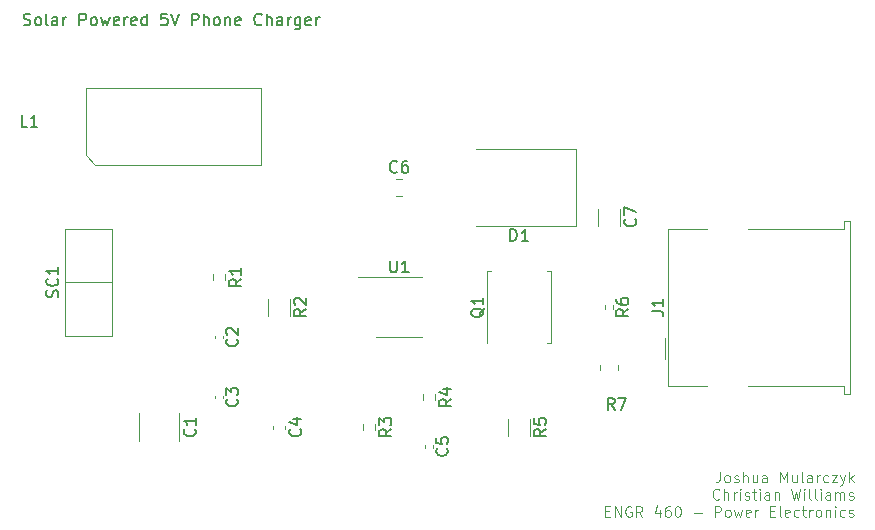
<source format=gbr>
%TF.GenerationSoftware,KiCad,Pcbnew,(6.0.4)*%
%TF.CreationDate,2022-04-27T12:43:55-07:00*%
%TF.ProjectId,SolarChargerV2,536f6c61-7243-4686-9172-67657256322e,rev?*%
%TF.SameCoordinates,Original*%
%TF.FileFunction,Legend,Top*%
%TF.FilePolarity,Positive*%
%FSLAX46Y46*%
G04 Gerber Fmt 4.6, Leading zero omitted, Abs format (unit mm)*
G04 Created by KiCad (PCBNEW (6.0.4)) date 2022-04-27 12:43:55*
%MOMM*%
%LPD*%
G01*
G04 APERTURE LIST*
%ADD10C,0.150000*%
%ADD11C,0.125000*%
%ADD12C,0.120000*%
G04 APERTURE END LIST*
D10*
X95223809Y-47204761D02*
X95366666Y-47252380D01*
X95604761Y-47252380D01*
X95700000Y-47204761D01*
X95747619Y-47157142D01*
X95795238Y-47061904D01*
X95795238Y-46966666D01*
X95747619Y-46871428D01*
X95700000Y-46823809D01*
X95604761Y-46776190D01*
X95414285Y-46728571D01*
X95319047Y-46680952D01*
X95271428Y-46633333D01*
X95223809Y-46538095D01*
X95223809Y-46442857D01*
X95271428Y-46347619D01*
X95319047Y-46300000D01*
X95414285Y-46252380D01*
X95652380Y-46252380D01*
X95795238Y-46300000D01*
X96366666Y-47252380D02*
X96271428Y-47204761D01*
X96223809Y-47157142D01*
X96176190Y-47061904D01*
X96176190Y-46776190D01*
X96223809Y-46680952D01*
X96271428Y-46633333D01*
X96366666Y-46585714D01*
X96509523Y-46585714D01*
X96604761Y-46633333D01*
X96652380Y-46680952D01*
X96700000Y-46776190D01*
X96700000Y-47061904D01*
X96652380Y-47157142D01*
X96604761Y-47204761D01*
X96509523Y-47252380D01*
X96366666Y-47252380D01*
X97271428Y-47252380D02*
X97176190Y-47204761D01*
X97128571Y-47109523D01*
X97128571Y-46252380D01*
X98080952Y-47252380D02*
X98080952Y-46728571D01*
X98033333Y-46633333D01*
X97938095Y-46585714D01*
X97747619Y-46585714D01*
X97652380Y-46633333D01*
X98080952Y-47204761D02*
X97985714Y-47252380D01*
X97747619Y-47252380D01*
X97652380Y-47204761D01*
X97604761Y-47109523D01*
X97604761Y-47014285D01*
X97652380Y-46919047D01*
X97747619Y-46871428D01*
X97985714Y-46871428D01*
X98080952Y-46823809D01*
X98557142Y-47252380D02*
X98557142Y-46585714D01*
X98557142Y-46776190D02*
X98604761Y-46680952D01*
X98652380Y-46633333D01*
X98747619Y-46585714D01*
X98842857Y-46585714D01*
X99938095Y-47252380D02*
X99938095Y-46252380D01*
X100319047Y-46252380D01*
X100414285Y-46300000D01*
X100461904Y-46347619D01*
X100509523Y-46442857D01*
X100509523Y-46585714D01*
X100461904Y-46680952D01*
X100414285Y-46728571D01*
X100319047Y-46776190D01*
X99938095Y-46776190D01*
X101080952Y-47252380D02*
X100985714Y-47204761D01*
X100938095Y-47157142D01*
X100890476Y-47061904D01*
X100890476Y-46776190D01*
X100938095Y-46680952D01*
X100985714Y-46633333D01*
X101080952Y-46585714D01*
X101223809Y-46585714D01*
X101319047Y-46633333D01*
X101366666Y-46680952D01*
X101414285Y-46776190D01*
X101414285Y-47061904D01*
X101366666Y-47157142D01*
X101319047Y-47204761D01*
X101223809Y-47252380D01*
X101080952Y-47252380D01*
X101747619Y-46585714D02*
X101938095Y-47252380D01*
X102128571Y-46776190D01*
X102319047Y-47252380D01*
X102509523Y-46585714D01*
X103271428Y-47204761D02*
X103176190Y-47252380D01*
X102985714Y-47252380D01*
X102890476Y-47204761D01*
X102842857Y-47109523D01*
X102842857Y-46728571D01*
X102890476Y-46633333D01*
X102985714Y-46585714D01*
X103176190Y-46585714D01*
X103271428Y-46633333D01*
X103319047Y-46728571D01*
X103319047Y-46823809D01*
X102842857Y-46919047D01*
X103747619Y-47252380D02*
X103747619Y-46585714D01*
X103747619Y-46776190D02*
X103795238Y-46680952D01*
X103842857Y-46633333D01*
X103938095Y-46585714D01*
X104033333Y-46585714D01*
X104747619Y-47204761D02*
X104652380Y-47252380D01*
X104461904Y-47252380D01*
X104366666Y-47204761D01*
X104319047Y-47109523D01*
X104319047Y-46728571D01*
X104366666Y-46633333D01*
X104461904Y-46585714D01*
X104652380Y-46585714D01*
X104747619Y-46633333D01*
X104795238Y-46728571D01*
X104795238Y-46823809D01*
X104319047Y-46919047D01*
X105652380Y-47252380D02*
X105652380Y-46252380D01*
X105652380Y-47204761D02*
X105557142Y-47252380D01*
X105366666Y-47252380D01*
X105271428Y-47204761D01*
X105223809Y-47157142D01*
X105176190Y-47061904D01*
X105176190Y-46776190D01*
X105223809Y-46680952D01*
X105271428Y-46633333D01*
X105366666Y-46585714D01*
X105557142Y-46585714D01*
X105652380Y-46633333D01*
X107366666Y-46252380D02*
X106890476Y-46252380D01*
X106842857Y-46728571D01*
X106890476Y-46680952D01*
X106985714Y-46633333D01*
X107223809Y-46633333D01*
X107319047Y-46680952D01*
X107366666Y-46728571D01*
X107414285Y-46823809D01*
X107414285Y-47061904D01*
X107366666Y-47157142D01*
X107319047Y-47204761D01*
X107223809Y-47252380D01*
X106985714Y-47252380D01*
X106890476Y-47204761D01*
X106842857Y-47157142D01*
X107700000Y-46252380D02*
X108033333Y-47252380D01*
X108366666Y-46252380D01*
X109461904Y-47252380D02*
X109461904Y-46252380D01*
X109842857Y-46252380D01*
X109938095Y-46300000D01*
X109985714Y-46347619D01*
X110033333Y-46442857D01*
X110033333Y-46585714D01*
X109985714Y-46680952D01*
X109938095Y-46728571D01*
X109842857Y-46776190D01*
X109461904Y-46776190D01*
X110461904Y-47252380D02*
X110461904Y-46252380D01*
X110890476Y-47252380D02*
X110890476Y-46728571D01*
X110842857Y-46633333D01*
X110747619Y-46585714D01*
X110604761Y-46585714D01*
X110509523Y-46633333D01*
X110461904Y-46680952D01*
X111509523Y-47252380D02*
X111414285Y-47204761D01*
X111366666Y-47157142D01*
X111319047Y-47061904D01*
X111319047Y-46776190D01*
X111366666Y-46680952D01*
X111414285Y-46633333D01*
X111509523Y-46585714D01*
X111652380Y-46585714D01*
X111747619Y-46633333D01*
X111795238Y-46680952D01*
X111842857Y-46776190D01*
X111842857Y-47061904D01*
X111795238Y-47157142D01*
X111747619Y-47204761D01*
X111652380Y-47252380D01*
X111509523Y-47252380D01*
X112271428Y-46585714D02*
X112271428Y-47252380D01*
X112271428Y-46680952D02*
X112319047Y-46633333D01*
X112414285Y-46585714D01*
X112557142Y-46585714D01*
X112652380Y-46633333D01*
X112700000Y-46728571D01*
X112700000Y-47252380D01*
X113557142Y-47204761D02*
X113461904Y-47252380D01*
X113271428Y-47252380D01*
X113176190Y-47204761D01*
X113128571Y-47109523D01*
X113128571Y-46728571D01*
X113176190Y-46633333D01*
X113271428Y-46585714D01*
X113461904Y-46585714D01*
X113557142Y-46633333D01*
X113604761Y-46728571D01*
X113604761Y-46823809D01*
X113128571Y-46919047D01*
X115366666Y-47157142D02*
X115319047Y-47204761D01*
X115176190Y-47252380D01*
X115080952Y-47252380D01*
X114938095Y-47204761D01*
X114842857Y-47109523D01*
X114795238Y-47014285D01*
X114747619Y-46823809D01*
X114747619Y-46680952D01*
X114795238Y-46490476D01*
X114842857Y-46395238D01*
X114938095Y-46300000D01*
X115080952Y-46252380D01*
X115176190Y-46252380D01*
X115319047Y-46300000D01*
X115366666Y-46347619D01*
X115795238Y-47252380D02*
X115795238Y-46252380D01*
X116223809Y-47252380D02*
X116223809Y-46728571D01*
X116176190Y-46633333D01*
X116080952Y-46585714D01*
X115938095Y-46585714D01*
X115842857Y-46633333D01*
X115795238Y-46680952D01*
X117128571Y-47252380D02*
X117128571Y-46728571D01*
X117080952Y-46633333D01*
X116985714Y-46585714D01*
X116795238Y-46585714D01*
X116699999Y-46633333D01*
X117128571Y-47204761D02*
X117033333Y-47252380D01*
X116795238Y-47252380D01*
X116699999Y-47204761D01*
X116652380Y-47109523D01*
X116652380Y-47014285D01*
X116699999Y-46919047D01*
X116795238Y-46871428D01*
X117033333Y-46871428D01*
X117128571Y-46823809D01*
X117604761Y-47252380D02*
X117604761Y-46585714D01*
X117604761Y-46776190D02*
X117652380Y-46680952D01*
X117699999Y-46633333D01*
X117795238Y-46585714D01*
X117890476Y-46585714D01*
X118652380Y-46585714D02*
X118652380Y-47395238D01*
X118604761Y-47490476D01*
X118557142Y-47538095D01*
X118461904Y-47585714D01*
X118319047Y-47585714D01*
X118223809Y-47538095D01*
X118652380Y-47204761D02*
X118557142Y-47252380D01*
X118366666Y-47252380D01*
X118271428Y-47204761D01*
X118223809Y-47157142D01*
X118176190Y-47061904D01*
X118176190Y-46776190D01*
X118223809Y-46680952D01*
X118271428Y-46633333D01*
X118366666Y-46585714D01*
X118557142Y-46585714D01*
X118652380Y-46633333D01*
X119509523Y-47204761D02*
X119414285Y-47252380D01*
X119223809Y-47252380D01*
X119128571Y-47204761D01*
X119080952Y-47109523D01*
X119080952Y-46728571D01*
X119128571Y-46633333D01*
X119223809Y-46585714D01*
X119414285Y-46585714D01*
X119509523Y-46633333D01*
X119557142Y-46728571D01*
X119557142Y-46823809D01*
X119080952Y-46919047D01*
X119985714Y-47252380D02*
X119985714Y-46585714D01*
X119985714Y-46776190D02*
X120033333Y-46680952D01*
X120080952Y-46633333D01*
X120176190Y-46585714D01*
X120271428Y-46585714D01*
D11*
X154168035Y-85053142D02*
X154168035Y-85696000D01*
X154125178Y-85824571D01*
X154039464Y-85910285D01*
X153910892Y-85953142D01*
X153825178Y-85953142D01*
X154725178Y-85953142D02*
X154639464Y-85910285D01*
X154596607Y-85867428D01*
X154553750Y-85781714D01*
X154553750Y-85524571D01*
X154596607Y-85438857D01*
X154639464Y-85396000D01*
X154725178Y-85353142D01*
X154853750Y-85353142D01*
X154939464Y-85396000D01*
X154982321Y-85438857D01*
X155025178Y-85524571D01*
X155025178Y-85781714D01*
X154982321Y-85867428D01*
X154939464Y-85910285D01*
X154853750Y-85953142D01*
X154725178Y-85953142D01*
X155368035Y-85910285D02*
X155453750Y-85953142D01*
X155625178Y-85953142D01*
X155710892Y-85910285D01*
X155753750Y-85824571D01*
X155753750Y-85781714D01*
X155710892Y-85696000D01*
X155625178Y-85653142D01*
X155496607Y-85653142D01*
X155410892Y-85610285D01*
X155368035Y-85524571D01*
X155368035Y-85481714D01*
X155410892Y-85396000D01*
X155496607Y-85353142D01*
X155625178Y-85353142D01*
X155710892Y-85396000D01*
X156139464Y-85953142D02*
X156139464Y-85053142D01*
X156525178Y-85953142D02*
X156525178Y-85481714D01*
X156482321Y-85396000D01*
X156396607Y-85353142D01*
X156268035Y-85353142D01*
X156182321Y-85396000D01*
X156139464Y-85438857D01*
X157339464Y-85353142D02*
X157339464Y-85953142D01*
X156953750Y-85353142D02*
X156953750Y-85824571D01*
X156996607Y-85910285D01*
X157082321Y-85953142D01*
X157210892Y-85953142D01*
X157296607Y-85910285D01*
X157339464Y-85867428D01*
X158153750Y-85953142D02*
X158153750Y-85481714D01*
X158110892Y-85396000D01*
X158025178Y-85353142D01*
X157853750Y-85353142D01*
X157768035Y-85396000D01*
X158153750Y-85910285D02*
X158068035Y-85953142D01*
X157853750Y-85953142D01*
X157768035Y-85910285D01*
X157725178Y-85824571D01*
X157725178Y-85738857D01*
X157768035Y-85653142D01*
X157853750Y-85610285D01*
X158068035Y-85610285D01*
X158153750Y-85567428D01*
X159268035Y-85953142D02*
X159268035Y-85053142D01*
X159568035Y-85696000D01*
X159868035Y-85053142D01*
X159868035Y-85953142D01*
X160682321Y-85353142D02*
X160682321Y-85953142D01*
X160296607Y-85353142D02*
X160296607Y-85824571D01*
X160339464Y-85910285D01*
X160425178Y-85953142D01*
X160553750Y-85953142D01*
X160639464Y-85910285D01*
X160682321Y-85867428D01*
X161239464Y-85953142D02*
X161153750Y-85910285D01*
X161110892Y-85824571D01*
X161110892Y-85053142D01*
X161968035Y-85953142D02*
X161968035Y-85481714D01*
X161925178Y-85396000D01*
X161839464Y-85353142D01*
X161668035Y-85353142D01*
X161582321Y-85396000D01*
X161968035Y-85910285D02*
X161882321Y-85953142D01*
X161668035Y-85953142D01*
X161582321Y-85910285D01*
X161539464Y-85824571D01*
X161539464Y-85738857D01*
X161582321Y-85653142D01*
X161668035Y-85610285D01*
X161882321Y-85610285D01*
X161968035Y-85567428D01*
X162396607Y-85953142D02*
X162396607Y-85353142D01*
X162396607Y-85524571D02*
X162439464Y-85438857D01*
X162482321Y-85396000D01*
X162568035Y-85353142D01*
X162653750Y-85353142D01*
X163339464Y-85910285D02*
X163253750Y-85953142D01*
X163082321Y-85953142D01*
X162996607Y-85910285D01*
X162953750Y-85867428D01*
X162910892Y-85781714D01*
X162910892Y-85524571D01*
X162953750Y-85438857D01*
X162996607Y-85396000D01*
X163082321Y-85353142D01*
X163253750Y-85353142D01*
X163339464Y-85396000D01*
X163639464Y-85353142D02*
X164110892Y-85353142D01*
X163639464Y-85953142D01*
X164110892Y-85953142D01*
X164368035Y-85353142D02*
X164582321Y-85953142D01*
X164796607Y-85353142D02*
X164582321Y-85953142D01*
X164496607Y-86167428D01*
X164453750Y-86210285D01*
X164368035Y-86253142D01*
X165139464Y-85953142D02*
X165139464Y-85053142D01*
X165225178Y-85610285D02*
X165482321Y-85953142D01*
X165482321Y-85353142D02*
X165139464Y-85696000D01*
X154125178Y-87316428D02*
X154082321Y-87359285D01*
X153953750Y-87402142D01*
X153868035Y-87402142D01*
X153739464Y-87359285D01*
X153653750Y-87273571D01*
X153610892Y-87187857D01*
X153568035Y-87016428D01*
X153568035Y-86887857D01*
X153610892Y-86716428D01*
X153653750Y-86630714D01*
X153739464Y-86545000D01*
X153868035Y-86502142D01*
X153953750Y-86502142D01*
X154082321Y-86545000D01*
X154125178Y-86587857D01*
X154510892Y-87402142D02*
X154510892Y-86502142D01*
X154896607Y-87402142D02*
X154896607Y-86930714D01*
X154853750Y-86845000D01*
X154768035Y-86802142D01*
X154639464Y-86802142D01*
X154553750Y-86845000D01*
X154510892Y-86887857D01*
X155325178Y-87402142D02*
X155325178Y-86802142D01*
X155325178Y-86973571D02*
X155368035Y-86887857D01*
X155410892Y-86845000D01*
X155496607Y-86802142D01*
X155582321Y-86802142D01*
X155882321Y-87402142D02*
X155882321Y-86802142D01*
X155882321Y-86502142D02*
X155839464Y-86545000D01*
X155882321Y-86587857D01*
X155925178Y-86545000D01*
X155882321Y-86502142D01*
X155882321Y-86587857D01*
X156268035Y-87359285D02*
X156353750Y-87402142D01*
X156525178Y-87402142D01*
X156610892Y-87359285D01*
X156653750Y-87273571D01*
X156653750Y-87230714D01*
X156610892Y-87145000D01*
X156525178Y-87102142D01*
X156396607Y-87102142D01*
X156310892Y-87059285D01*
X156268035Y-86973571D01*
X156268035Y-86930714D01*
X156310892Y-86845000D01*
X156396607Y-86802142D01*
X156525178Y-86802142D01*
X156610892Y-86845000D01*
X156910892Y-86802142D02*
X157253750Y-86802142D01*
X157039464Y-86502142D02*
X157039464Y-87273571D01*
X157082321Y-87359285D01*
X157168035Y-87402142D01*
X157253750Y-87402142D01*
X157553750Y-87402142D02*
X157553750Y-86802142D01*
X157553750Y-86502142D02*
X157510892Y-86545000D01*
X157553750Y-86587857D01*
X157596607Y-86545000D01*
X157553750Y-86502142D01*
X157553750Y-86587857D01*
X158368035Y-87402142D02*
X158368035Y-86930714D01*
X158325178Y-86845000D01*
X158239464Y-86802142D01*
X158068035Y-86802142D01*
X157982321Y-86845000D01*
X158368035Y-87359285D02*
X158282321Y-87402142D01*
X158068035Y-87402142D01*
X157982321Y-87359285D01*
X157939464Y-87273571D01*
X157939464Y-87187857D01*
X157982321Y-87102142D01*
X158068035Y-87059285D01*
X158282321Y-87059285D01*
X158368035Y-87016428D01*
X158796607Y-86802142D02*
X158796607Y-87402142D01*
X158796607Y-86887857D02*
X158839464Y-86845000D01*
X158925178Y-86802142D01*
X159053750Y-86802142D01*
X159139464Y-86845000D01*
X159182321Y-86930714D01*
X159182321Y-87402142D01*
X160210892Y-86502142D02*
X160425178Y-87402142D01*
X160596607Y-86759285D01*
X160768035Y-87402142D01*
X160982321Y-86502142D01*
X161325178Y-87402142D02*
X161325178Y-86802142D01*
X161325178Y-86502142D02*
X161282321Y-86545000D01*
X161325178Y-86587857D01*
X161368035Y-86545000D01*
X161325178Y-86502142D01*
X161325178Y-86587857D01*
X161882321Y-87402142D02*
X161796607Y-87359285D01*
X161753750Y-87273571D01*
X161753750Y-86502142D01*
X162353750Y-87402142D02*
X162268035Y-87359285D01*
X162225178Y-87273571D01*
X162225178Y-86502142D01*
X162696607Y-87402142D02*
X162696607Y-86802142D01*
X162696607Y-86502142D02*
X162653750Y-86545000D01*
X162696607Y-86587857D01*
X162739464Y-86545000D01*
X162696607Y-86502142D01*
X162696607Y-86587857D01*
X163510892Y-87402142D02*
X163510892Y-86930714D01*
X163468035Y-86845000D01*
X163382321Y-86802142D01*
X163210892Y-86802142D01*
X163125178Y-86845000D01*
X163510892Y-87359285D02*
X163425178Y-87402142D01*
X163210892Y-87402142D01*
X163125178Y-87359285D01*
X163082321Y-87273571D01*
X163082321Y-87187857D01*
X163125178Y-87102142D01*
X163210892Y-87059285D01*
X163425178Y-87059285D01*
X163510892Y-87016428D01*
X163939464Y-87402142D02*
X163939464Y-86802142D01*
X163939464Y-86887857D02*
X163982321Y-86845000D01*
X164068035Y-86802142D01*
X164196607Y-86802142D01*
X164282321Y-86845000D01*
X164325178Y-86930714D01*
X164325178Y-87402142D01*
X164325178Y-86930714D02*
X164368035Y-86845000D01*
X164453750Y-86802142D01*
X164582321Y-86802142D01*
X164668035Y-86845000D01*
X164710892Y-86930714D01*
X164710892Y-87402142D01*
X165096607Y-87359285D02*
X165182321Y-87402142D01*
X165353750Y-87402142D01*
X165439464Y-87359285D01*
X165482321Y-87273571D01*
X165482321Y-87230714D01*
X165439464Y-87145000D01*
X165353750Y-87102142D01*
X165225178Y-87102142D01*
X165139464Y-87059285D01*
X165096607Y-86973571D01*
X165096607Y-86930714D01*
X165139464Y-86845000D01*
X165225178Y-86802142D01*
X165353750Y-86802142D01*
X165439464Y-86845000D01*
X144439464Y-88379714D02*
X144739464Y-88379714D01*
X144868035Y-88851142D02*
X144439464Y-88851142D01*
X144439464Y-87951142D01*
X144868035Y-87951142D01*
X145253750Y-88851142D02*
X145253750Y-87951142D01*
X145768035Y-88851142D01*
X145768035Y-87951142D01*
X146668035Y-87994000D02*
X146582321Y-87951142D01*
X146453750Y-87951142D01*
X146325178Y-87994000D01*
X146239464Y-88079714D01*
X146196607Y-88165428D01*
X146153750Y-88336857D01*
X146153750Y-88465428D01*
X146196607Y-88636857D01*
X146239464Y-88722571D01*
X146325178Y-88808285D01*
X146453750Y-88851142D01*
X146539464Y-88851142D01*
X146668035Y-88808285D01*
X146710892Y-88765428D01*
X146710892Y-88465428D01*
X146539464Y-88465428D01*
X147610892Y-88851142D02*
X147310892Y-88422571D01*
X147096607Y-88851142D02*
X147096607Y-87951142D01*
X147439464Y-87951142D01*
X147525178Y-87994000D01*
X147568035Y-88036857D01*
X147610892Y-88122571D01*
X147610892Y-88251142D01*
X147568035Y-88336857D01*
X147525178Y-88379714D01*
X147439464Y-88422571D01*
X147096607Y-88422571D01*
X149068035Y-88251142D02*
X149068035Y-88851142D01*
X148853750Y-87908285D02*
X148639464Y-88551142D01*
X149196607Y-88551142D01*
X149925178Y-87951142D02*
X149753750Y-87951142D01*
X149668035Y-87994000D01*
X149625178Y-88036857D01*
X149539464Y-88165428D01*
X149496607Y-88336857D01*
X149496607Y-88679714D01*
X149539464Y-88765428D01*
X149582321Y-88808285D01*
X149668035Y-88851142D01*
X149839464Y-88851142D01*
X149925178Y-88808285D01*
X149968035Y-88765428D01*
X150010892Y-88679714D01*
X150010892Y-88465428D01*
X149968035Y-88379714D01*
X149925178Y-88336857D01*
X149839464Y-88294000D01*
X149668035Y-88294000D01*
X149582321Y-88336857D01*
X149539464Y-88379714D01*
X149496607Y-88465428D01*
X150568035Y-87951142D02*
X150653750Y-87951142D01*
X150739464Y-87994000D01*
X150782321Y-88036857D01*
X150825178Y-88122571D01*
X150868035Y-88294000D01*
X150868035Y-88508285D01*
X150825178Y-88679714D01*
X150782321Y-88765428D01*
X150739464Y-88808285D01*
X150653750Y-88851142D01*
X150568035Y-88851142D01*
X150482321Y-88808285D01*
X150439464Y-88765428D01*
X150396607Y-88679714D01*
X150353750Y-88508285D01*
X150353750Y-88294000D01*
X150396607Y-88122571D01*
X150439464Y-88036857D01*
X150482321Y-87994000D01*
X150568035Y-87951142D01*
X151939464Y-88508285D02*
X152625178Y-88508285D01*
X153739464Y-88851142D02*
X153739464Y-87951142D01*
X154082321Y-87951142D01*
X154168035Y-87994000D01*
X154210892Y-88036857D01*
X154253750Y-88122571D01*
X154253750Y-88251142D01*
X154210892Y-88336857D01*
X154168035Y-88379714D01*
X154082321Y-88422571D01*
X153739464Y-88422571D01*
X154768035Y-88851142D02*
X154682321Y-88808285D01*
X154639464Y-88765428D01*
X154596607Y-88679714D01*
X154596607Y-88422571D01*
X154639464Y-88336857D01*
X154682321Y-88294000D01*
X154768035Y-88251142D01*
X154896607Y-88251142D01*
X154982321Y-88294000D01*
X155025178Y-88336857D01*
X155068035Y-88422571D01*
X155068035Y-88679714D01*
X155025178Y-88765428D01*
X154982321Y-88808285D01*
X154896607Y-88851142D01*
X154768035Y-88851142D01*
X155368035Y-88251142D02*
X155539464Y-88851142D01*
X155710892Y-88422571D01*
X155882321Y-88851142D01*
X156053750Y-88251142D01*
X156739464Y-88808285D02*
X156653750Y-88851142D01*
X156482321Y-88851142D01*
X156396607Y-88808285D01*
X156353750Y-88722571D01*
X156353750Y-88379714D01*
X156396607Y-88294000D01*
X156482321Y-88251142D01*
X156653750Y-88251142D01*
X156739464Y-88294000D01*
X156782321Y-88379714D01*
X156782321Y-88465428D01*
X156353750Y-88551142D01*
X157168035Y-88851142D02*
X157168035Y-88251142D01*
X157168035Y-88422571D02*
X157210892Y-88336857D01*
X157253750Y-88294000D01*
X157339464Y-88251142D01*
X157425178Y-88251142D01*
X158410892Y-88379714D02*
X158710892Y-88379714D01*
X158839464Y-88851142D02*
X158410892Y-88851142D01*
X158410892Y-87951142D01*
X158839464Y-87951142D01*
X159353750Y-88851142D02*
X159268035Y-88808285D01*
X159225178Y-88722571D01*
X159225178Y-87951142D01*
X160039464Y-88808285D02*
X159953750Y-88851142D01*
X159782321Y-88851142D01*
X159696607Y-88808285D01*
X159653750Y-88722571D01*
X159653750Y-88379714D01*
X159696607Y-88294000D01*
X159782321Y-88251142D01*
X159953750Y-88251142D01*
X160039464Y-88294000D01*
X160082321Y-88379714D01*
X160082321Y-88465428D01*
X159653750Y-88551142D01*
X160853750Y-88808285D02*
X160768035Y-88851142D01*
X160596607Y-88851142D01*
X160510892Y-88808285D01*
X160468035Y-88765428D01*
X160425178Y-88679714D01*
X160425178Y-88422571D01*
X160468035Y-88336857D01*
X160510892Y-88294000D01*
X160596607Y-88251142D01*
X160768035Y-88251142D01*
X160853750Y-88294000D01*
X161110892Y-88251142D02*
X161453750Y-88251142D01*
X161239464Y-87951142D02*
X161239464Y-88722571D01*
X161282321Y-88808285D01*
X161368035Y-88851142D01*
X161453750Y-88851142D01*
X161753750Y-88851142D02*
X161753750Y-88251142D01*
X161753750Y-88422571D02*
X161796607Y-88336857D01*
X161839464Y-88294000D01*
X161925178Y-88251142D01*
X162010892Y-88251142D01*
X162439464Y-88851142D02*
X162353750Y-88808285D01*
X162310892Y-88765428D01*
X162268035Y-88679714D01*
X162268035Y-88422571D01*
X162310892Y-88336857D01*
X162353750Y-88294000D01*
X162439464Y-88251142D01*
X162568035Y-88251142D01*
X162653750Y-88294000D01*
X162696607Y-88336857D01*
X162739464Y-88422571D01*
X162739464Y-88679714D01*
X162696607Y-88765428D01*
X162653750Y-88808285D01*
X162568035Y-88851142D01*
X162439464Y-88851142D01*
X163125178Y-88251142D02*
X163125178Y-88851142D01*
X163125178Y-88336857D02*
X163168035Y-88294000D01*
X163253750Y-88251142D01*
X163382321Y-88251142D01*
X163468035Y-88294000D01*
X163510892Y-88379714D01*
X163510892Y-88851142D01*
X163939464Y-88851142D02*
X163939464Y-88251142D01*
X163939464Y-87951142D02*
X163896607Y-87994000D01*
X163939464Y-88036857D01*
X163982321Y-87994000D01*
X163939464Y-87951142D01*
X163939464Y-88036857D01*
X164753750Y-88808285D02*
X164668035Y-88851142D01*
X164496607Y-88851142D01*
X164410892Y-88808285D01*
X164368035Y-88765428D01*
X164325178Y-88679714D01*
X164325178Y-88422571D01*
X164368035Y-88336857D01*
X164410892Y-88294000D01*
X164496607Y-88251142D01*
X164668035Y-88251142D01*
X164753750Y-88294000D01*
X165096607Y-88808285D02*
X165182321Y-88851142D01*
X165353750Y-88851142D01*
X165439464Y-88808285D01*
X165482321Y-88722571D01*
X165482321Y-88679714D01*
X165439464Y-88594000D01*
X165353750Y-88551142D01*
X165225178Y-88551142D01*
X165139464Y-88508285D01*
X165096607Y-88422571D01*
X165096607Y-88379714D01*
X165139464Y-88294000D01*
X165225178Y-88251142D01*
X165353750Y-88251142D01*
X165439464Y-88294000D01*
D10*
%TO.C,C5*%
X131057142Y-83074166D02*
X131104761Y-83121785D01*
X131152380Y-83264642D01*
X131152380Y-83359880D01*
X131104761Y-83502738D01*
X131009523Y-83597976D01*
X130914285Y-83645595D01*
X130723809Y-83693214D01*
X130580952Y-83693214D01*
X130390476Y-83645595D01*
X130295238Y-83597976D01*
X130200000Y-83502738D01*
X130152380Y-83359880D01*
X130152380Y-83264642D01*
X130200000Y-83121785D01*
X130247619Y-83074166D01*
X130152380Y-82169404D02*
X130152380Y-82645595D01*
X130628571Y-82693214D01*
X130580952Y-82645595D01*
X130533333Y-82550357D01*
X130533333Y-82312261D01*
X130580952Y-82217023D01*
X130628571Y-82169404D01*
X130723809Y-82121785D01*
X130961904Y-82121785D01*
X131057142Y-82169404D01*
X131104761Y-82217023D01*
X131152380Y-82312261D01*
X131152380Y-82550357D01*
X131104761Y-82645595D01*
X131057142Y-82693214D01*
%TO.C,C3*%
X113277142Y-78906666D02*
X113324761Y-78954285D01*
X113372380Y-79097142D01*
X113372380Y-79192380D01*
X113324761Y-79335238D01*
X113229523Y-79430476D01*
X113134285Y-79478095D01*
X112943809Y-79525714D01*
X112800952Y-79525714D01*
X112610476Y-79478095D01*
X112515238Y-79430476D01*
X112420000Y-79335238D01*
X112372380Y-79192380D01*
X112372380Y-79097142D01*
X112420000Y-78954285D01*
X112467619Y-78906666D01*
X112372380Y-78573333D02*
X112372380Y-77954285D01*
X112753333Y-78287619D01*
X112753333Y-78144761D01*
X112800952Y-78049523D01*
X112848571Y-78001904D01*
X112943809Y-77954285D01*
X113181904Y-77954285D01*
X113277142Y-78001904D01*
X113324761Y-78049523D01*
X113372380Y-78144761D01*
X113372380Y-78430476D01*
X113324761Y-78525714D01*
X113277142Y-78573333D01*
%TO.C,C2*%
X113277142Y-73826666D02*
X113324761Y-73874285D01*
X113372380Y-74017142D01*
X113372380Y-74112380D01*
X113324761Y-74255238D01*
X113229523Y-74350476D01*
X113134285Y-74398095D01*
X112943809Y-74445714D01*
X112800952Y-74445714D01*
X112610476Y-74398095D01*
X112515238Y-74350476D01*
X112420000Y-74255238D01*
X112372380Y-74112380D01*
X112372380Y-74017142D01*
X112420000Y-73874285D01*
X112467619Y-73826666D01*
X112467619Y-73445714D02*
X112420000Y-73398095D01*
X112372380Y-73302857D01*
X112372380Y-73064761D01*
X112420000Y-72969523D01*
X112467619Y-72921904D01*
X112562857Y-72874285D01*
X112658095Y-72874285D01*
X112800952Y-72921904D01*
X113372380Y-73493333D01*
X113372380Y-72874285D01*
%TO.C,C4*%
X118627142Y-81446666D02*
X118674761Y-81494285D01*
X118722380Y-81637142D01*
X118722380Y-81732380D01*
X118674761Y-81875238D01*
X118579523Y-81970476D01*
X118484285Y-82018095D01*
X118293809Y-82065714D01*
X118150952Y-82065714D01*
X117960476Y-82018095D01*
X117865238Y-81970476D01*
X117770000Y-81875238D01*
X117722380Y-81732380D01*
X117722380Y-81637142D01*
X117770000Y-81494285D01*
X117817619Y-81446666D01*
X118055714Y-80589523D02*
X118722380Y-80589523D01*
X117674761Y-80827619D02*
X118389047Y-81065714D01*
X118389047Y-80446666D01*
%TO.C,C6*%
X126833333Y-59637142D02*
X126785714Y-59684761D01*
X126642857Y-59732380D01*
X126547619Y-59732380D01*
X126404761Y-59684761D01*
X126309523Y-59589523D01*
X126261904Y-59494285D01*
X126214285Y-59303809D01*
X126214285Y-59160952D01*
X126261904Y-58970476D01*
X126309523Y-58875238D01*
X126404761Y-58780000D01*
X126547619Y-58732380D01*
X126642857Y-58732380D01*
X126785714Y-58780000D01*
X126833333Y-58827619D01*
X127690476Y-58732380D02*
X127500000Y-58732380D01*
X127404761Y-58780000D01*
X127357142Y-58827619D01*
X127261904Y-58970476D01*
X127214285Y-59160952D01*
X127214285Y-59541904D01*
X127261904Y-59637142D01*
X127309523Y-59684761D01*
X127404761Y-59732380D01*
X127595238Y-59732380D01*
X127690476Y-59684761D01*
X127738095Y-59637142D01*
X127785714Y-59541904D01*
X127785714Y-59303809D01*
X127738095Y-59208571D01*
X127690476Y-59160952D01*
X127595238Y-59113333D01*
X127404761Y-59113333D01*
X127309523Y-59160952D01*
X127261904Y-59208571D01*
X127214285Y-59303809D01*
%TO.C,C7*%
X146987142Y-63666666D02*
X147034761Y-63714285D01*
X147082380Y-63857142D01*
X147082380Y-63952380D01*
X147034761Y-64095238D01*
X146939523Y-64190476D01*
X146844285Y-64238095D01*
X146653809Y-64285714D01*
X146510952Y-64285714D01*
X146320476Y-64238095D01*
X146225238Y-64190476D01*
X146130000Y-64095238D01*
X146082380Y-63952380D01*
X146082380Y-63857142D01*
X146130000Y-63714285D01*
X146177619Y-63666666D01*
X146082380Y-63333333D02*
X146082380Y-62666666D01*
X147082380Y-63095238D01*
%TO.C,C1*%
X109687142Y-81446666D02*
X109734761Y-81494285D01*
X109782380Y-81637142D01*
X109782380Y-81732380D01*
X109734761Y-81875238D01*
X109639523Y-81970476D01*
X109544285Y-82018095D01*
X109353809Y-82065714D01*
X109210952Y-82065714D01*
X109020476Y-82018095D01*
X108925238Y-81970476D01*
X108830000Y-81875238D01*
X108782380Y-81732380D01*
X108782380Y-81637142D01*
X108830000Y-81494285D01*
X108877619Y-81446666D01*
X109782380Y-80494285D02*
X109782380Y-81065714D01*
X109782380Y-80780000D02*
X108782380Y-80780000D01*
X108925238Y-80875238D01*
X109020476Y-80970476D01*
X109068095Y-81065714D01*
%TO.C,R6*%
X146402380Y-71286666D02*
X145926190Y-71620000D01*
X146402380Y-71858095D02*
X145402380Y-71858095D01*
X145402380Y-71477142D01*
X145450000Y-71381904D01*
X145497619Y-71334285D01*
X145592857Y-71286666D01*
X145735714Y-71286666D01*
X145830952Y-71334285D01*
X145878571Y-71381904D01*
X145926190Y-71477142D01*
X145926190Y-71858095D01*
X145402380Y-70429523D02*
X145402380Y-70620000D01*
X145450000Y-70715238D01*
X145497619Y-70762857D01*
X145640476Y-70858095D01*
X145830952Y-70905714D01*
X146211904Y-70905714D01*
X146307142Y-70858095D01*
X146354761Y-70810476D01*
X146402380Y-70715238D01*
X146402380Y-70524761D01*
X146354761Y-70429523D01*
X146307142Y-70381904D01*
X146211904Y-70334285D01*
X145973809Y-70334285D01*
X145878571Y-70381904D01*
X145830952Y-70429523D01*
X145783333Y-70524761D01*
X145783333Y-70715238D01*
X145830952Y-70810476D01*
X145878571Y-70858095D01*
X145973809Y-70905714D01*
%TO.C,R4*%
X131422380Y-78906666D02*
X130946190Y-79240000D01*
X131422380Y-79478095D02*
X130422380Y-79478095D01*
X130422380Y-79097142D01*
X130470000Y-79001904D01*
X130517619Y-78954285D01*
X130612857Y-78906666D01*
X130755714Y-78906666D01*
X130850952Y-78954285D01*
X130898571Y-79001904D01*
X130946190Y-79097142D01*
X130946190Y-79478095D01*
X130755714Y-78049523D02*
X131422380Y-78049523D01*
X130374761Y-78287619D02*
X131089047Y-78525714D01*
X131089047Y-77906666D01*
%TO.C,R3*%
X126342380Y-81446666D02*
X125866190Y-81780000D01*
X126342380Y-82018095D02*
X125342380Y-82018095D01*
X125342380Y-81637142D01*
X125390000Y-81541904D01*
X125437619Y-81494285D01*
X125532857Y-81446666D01*
X125675714Y-81446666D01*
X125770952Y-81494285D01*
X125818571Y-81541904D01*
X125866190Y-81637142D01*
X125866190Y-82018095D01*
X125342380Y-81113333D02*
X125342380Y-80494285D01*
X125723333Y-80827619D01*
X125723333Y-80684761D01*
X125770952Y-80589523D01*
X125818571Y-80541904D01*
X125913809Y-80494285D01*
X126151904Y-80494285D01*
X126247142Y-80541904D01*
X126294761Y-80589523D01*
X126342380Y-80684761D01*
X126342380Y-80970476D01*
X126294761Y-81065714D01*
X126247142Y-81113333D01*
%TO.C,R1*%
X113642380Y-68746666D02*
X113166190Y-69080000D01*
X113642380Y-69318095D02*
X112642380Y-69318095D01*
X112642380Y-68937142D01*
X112690000Y-68841904D01*
X112737619Y-68794285D01*
X112832857Y-68746666D01*
X112975714Y-68746666D01*
X113070952Y-68794285D01*
X113118571Y-68841904D01*
X113166190Y-68937142D01*
X113166190Y-69318095D01*
X113642380Y-67794285D02*
X113642380Y-68365714D01*
X113642380Y-68080000D02*
X112642380Y-68080000D01*
X112785238Y-68175238D01*
X112880476Y-68270476D01*
X112928095Y-68365714D01*
%TO.C,R5*%
X139432380Y-81446666D02*
X138956190Y-81780000D01*
X139432380Y-82018095D02*
X138432380Y-82018095D01*
X138432380Y-81637142D01*
X138480000Y-81541904D01*
X138527619Y-81494285D01*
X138622857Y-81446666D01*
X138765714Y-81446666D01*
X138860952Y-81494285D01*
X138908571Y-81541904D01*
X138956190Y-81637142D01*
X138956190Y-82018095D01*
X138432380Y-80541904D02*
X138432380Y-81018095D01*
X138908571Y-81065714D01*
X138860952Y-81018095D01*
X138813333Y-80922857D01*
X138813333Y-80684761D01*
X138860952Y-80589523D01*
X138908571Y-80541904D01*
X139003809Y-80494285D01*
X139241904Y-80494285D01*
X139337142Y-80541904D01*
X139384761Y-80589523D01*
X139432380Y-80684761D01*
X139432380Y-80922857D01*
X139384761Y-81018095D01*
X139337142Y-81065714D01*
%TO.C,R2*%
X119112380Y-71286666D02*
X118636190Y-71620000D01*
X119112380Y-71858095D02*
X118112380Y-71858095D01*
X118112380Y-71477142D01*
X118160000Y-71381904D01*
X118207619Y-71334285D01*
X118302857Y-71286666D01*
X118445714Y-71286666D01*
X118540952Y-71334285D01*
X118588571Y-71381904D01*
X118636190Y-71477142D01*
X118636190Y-71858095D01*
X118207619Y-70905714D02*
X118160000Y-70858095D01*
X118112380Y-70762857D01*
X118112380Y-70524761D01*
X118160000Y-70429523D01*
X118207619Y-70381904D01*
X118302857Y-70334285D01*
X118398095Y-70334285D01*
X118540952Y-70381904D01*
X119112380Y-70953333D01*
X119112380Y-70334285D01*
%TO.C,L1*%
X95533333Y-55852380D02*
X95057142Y-55852380D01*
X95057142Y-54852380D01*
X96390476Y-55852380D02*
X95819047Y-55852380D01*
X96104761Y-55852380D02*
X96104761Y-54852380D01*
X96009523Y-54995238D01*
X95914285Y-55090476D01*
X95819047Y-55138095D01*
%TO.C,D1*%
X136421904Y-65512380D02*
X136421904Y-64512380D01*
X136660000Y-64512380D01*
X136802857Y-64560000D01*
X136898095Y-64655238D01*
X136945714Y-64750476D01*
X136993333Y-64940952D01*
X136993333Y-65083809D01*
X136945714Y-65274285D01*
X136898095Y-65369523D01*
X136802857Y-65464761D01*
X136660000Y-65512380D01*
X136421904Y-65512380D01*
X137945714Y-65512380D02*
X137374285Y-65512380D01*
X137660000Y-65512380D02*
X137660000Y-64512380D01*
X137564761Y-64655238D01*
X137469523Y-64750476D01*
X137374285Y-64798095D01*
%TO.C,SC1*%
X98104761Y-70261904D02*
X98152380Y-70119047D01*
X98152380Y-69880952D01*
X98104761Y-69785714D01*
X98057142Y-69738095D01*
X97961904Y-69690476D01*
X97866666Y-69690476D01*
X97771428Y-69738095D01*
X97723809Y-69785714D01*
X97676190Y-69880952D01*
X97628571Y-70071428D01*
X97580952Y-70166666D01*
X97533333Y-70214285D01*
X97438095Y-70261904D01*
X97342857Y-70261904D01*
X97247619Y-70214285D01*
X97200000Y-70166666D01*
X97152380Y-70071428D01*
X97152380Y-69833333D01*
X97200000Y-69690476D01*
X98057142Y-68690476D02*
X98104761Y-68738095D01*
X98152380Y-68880952D01*
X98152380Y-68976190D01*
X98104761Y-69119047D01*
X98009523Y-69214285D01*
X97914285Y-69261904D01*
X97723809Y-69309523D01*
X97580952Y-69309523D01*
X97390476Y-69261904D01*
X97295238Y-69214285D01*
X97200000Y-69119047D01*
X97152380Y-68976190D01*
X97152380Y-68880952D01*
X97200000Y-68738095D01*
X97247619Y-68690476D01*
X98152380Y-67738095D02*
X98152380Y-68309523D01*
X98152380Y-68023809D02*
X97152380Y-68023809D01*
X97295238Y-68119047D01*
X97390476Y-68214285D01*
X97438095Y-68309523D01*
%TO.C,U1*%
X126238095Y-67172380D02*
X126238095Y-67981904D01*
X126285714Y-68077142D01*
X126333333Y-68124761D01*
X126428571Y-68172380D01*
X126619047Y-68172380D01*
X126714285Y-68124761D01*
X126761904Y-68077142D01*
X126809523Y-67981904D01*
X126809523Y-67172380D01*
X127809523Y-68172380D02*
X127238095Y-68172380D01*
X127523809Y-68172380D02*
X127523809Y-67172380D01*
X127428571Y-67315238D01*
X127333333Y-67410476D01*
X127238095Y-67458095D01*
%TO.C,R7*%
X145248333Y-79827380D02*
X144915000Y-79351190D01*
X144676904Y-79827380D02*
X144676904Y-78827380D01*
X145057857Y-78827380D01*
X145153095Y-78875000D01*
X145200714Y-78922619D01*
X145248333Y-79017857D01*
X145248333Y-79160714D01*
X145200714Y-79255952D01*
X145153095Y-79303571D01*
X145057857Y-79351190D01*
X144676904Y-79351190D01*
X145581666Y-78827380D02*
X146248333Y-78827380D01*
X145819761Y-79827380D01*
%TO.C,Q1*%
X134207619Y-71215238D02*
X134160000Y-71310476D01*
X134064761Y-71405714D01*
X133921904Y-71548571D01*
X133874285Y-71643809D01*
X133874285Y-71739047D01*
X134112380Y-71691428D02*
X134064761Y-71786666D01*
X133969523Y-71881904D01*
X133779047Y-71929523D01*
X133445714Y-71929523D01*
X133255238Y-71881904D01*
X133160000Y-71786666D01*
X133112380Y-71691428D01*
X133112380Y-71500952D01*
X133160000Y-71405714D01*
X133255238Y-71310476D01*
X133445714Y-71262857D01*
X133779047Y-71262857D01*
X133969523Y-71310476D01*
X134064761Y-71405714D01*
X134112380Y-71500952D01*
X134112380Y-71691428D01*
X134112380Y-70310476D02*
X134112380Y-70881904D01*
X134112380Y-70596190D02*
X133112380Y-70596190D01*
X133255238Y-70691428D01*
X133350476Y-70786666D01*
X133398095Y-70881904D01*
%TO.C,J1*%
X148382380Y-71453333D02*
X149096666Y-71453333D01*
X149239523Y-71500952D01*
X149334761Y-71596190D01*
X149382380Y-71739047D01*
X149382380Y-71834285D01*
X149382380Y-70453333D02*
X149382380Y-71024761D01*
X149382380Y-70739047D02*
X148382380Y-70739047D01*
X148525238Y-70834285D01*
X148620476Y-70929523D01*
X148668095Y-71024761D01*
D12*
%TO.C,C5*%
X129180000Y-82799664D02*
X129180000Y-83015336D01*
X129900000Y-82799664D02*
X129900000Y-83015336D01*
%TO.C,C3*%
X111400000Y-78632164D02*
X111400000Y-78847836D01*
X112120000Y-78632164D02*
X112120000Y-78847836D01*
%TO.C,C2*%
X111400000Y-73552164D02*
X111400000Y-73767836D01*
X112120000Y-73552164D02*
X112120000Y-73767836D01*
%TO.C,C4*%
X116330000Y-81139420D02*
X116330000Y-81420580D01*
X117350000Y-81139420D02*
X117350000Y-81420580D01*
%TO.C,C6*%
X126738748Y-61695000D02*
X127261252Y-61695000D01*
X126738748Y-60225000D02*
X127261252Y-60225000D01*
%TO.C,C7*%
X145690000Y-62788748D02*
X145690000Y-64211252D01*
X143870000Y-62788748D02*
X143870000Y-64211252D01*
%TO.C,C1*%
X108390000Y-80118748D02*
X108390000Y-82441252D01*
X104970000Y-80118748D02*
X104970000Y-82441252D01*
%TO.C,R6*%
X145160000Y-70966359D02*
X145160000Y-71273641D01*
X144400000Y-70966359D02*
X144400000Y-71273641D01*
%TO.C,R4*%
X129017500Y-78502742D02*
X129017500Y-78977258D01*
X130062500Y-78502742D02*
X130062500Y-78977258D01*
%TO.C,R3*%
X123937500Y-81042742D02*
X123937500Y-81517258D01*
X124982500Y-81042742D02*
X124982500Y-81517258D01*
%TO.C,R1*%
X111237500Y-68342742D02*
X111237500Y-68817258D01*
X112282500Y-68342742D02*
X112282500Y-68817258D01*
%TO.C,R5*%
X136250000Y-80552936D02*
X136250000Y-82007064D01*
X138070000Y-80552936D02*
X138070000Y-82007064D01*
%TO.C,R2*%
X115930000Y-70392936D02*
X115930000Y-71847064D01*
X117750000Y-70392936D02*
X117750000Y-71847064D01*
%TO.C,L1*%
X100500000Y-52550000D02*
X115300000Y-52550000D01*
X115300000Y-59050000D02*
X101300000Y-59050000D01*
X100500000Y-58250000D02*
X100500000Y-52550000D01*
X115300000Y-52550000D02*
X115300000Y-59050000D01*
X101300000Y-59050000D02*
X100500000Y-58250000D01*
%TO.C,D1*%
X141960000Y-57710000D02*
X133560000Y-57710000D01*
X141960000Y-57710000D02*
X141960000Y-64210000D01*
X141960000Y-64210000D02*
X133560000Y-64210000D01*
%TO.C,SC1*%
X102700000Y-73540000D02*
X98700000Y-73540000D01*
X102700000Y-69000000D02*
X98700000Y-69000000D01*
X102700000Y-64460000D02*
X102700000Y-73540000D01*
X98700000Y-64460000D02*
X102700000Y-64460000D01*
X98700000Y-73540000D02*
X98700000Y-64460000D01*
%TO.C,U1*%
X127000000Y-73680000D02*
X128950000Y-73680000D01*
X127000000Y-73680000D02*
X125050000Y-73680000D01*
X127000000Y-68560000D02*
X123550000Y-68560000D01*
X127000000Y-68560000D02*
X128950000Y-68560000D01*
%TO.C,R7*%
X144045000Y-75972936D02*
X144045000Y-76427064D01*
X145515000Y-75972936D02*
X145515000Y-76427064D01*
%TO.C,Q1*%
X139495000Y-74180000D02*
X139845000Y-74180000D01*
X139845000Y-68060000D02*
X139845000Y-74180000D01*
X134775000Y-68060000D02*
X134475000Y-68060000D01*
X134475000Y-68060000D02*
X134475000Y-74180000D01*
X139545000Y-68060000D02*
X139845000Y-68060000D01*
%TO.C,J1*%
X165220000Y-63810000D02*
X164700000Y-63810000D01*
X164700000Y-63810000D02*
X164700000Y-64460000D01*
X164700000Y-77780000D02*
X164700000Y-78430000D01*
X149740000Y-64460000D02*
X153070000Y-64460000D01*
X156590000Y-64460000D02*
X164700000Y-64460000D01*
X149740000Y-77780000D02*
X149740000Y-64460000D01*
X149520000Y-75520000D02*
X149520000Y-73720000D01*
X164700000Y-77780000D02*
X156590000Y-77780000D01*
X149740000Y-77780000D02*
X153070000Y-77780000D01*
X165220000Y-78430000D02*
X165220000Y-63810000D01*
X164700000Y-78430000D02*
X165220000Y-78430000D01*
%TD*%
M02*

</source>
